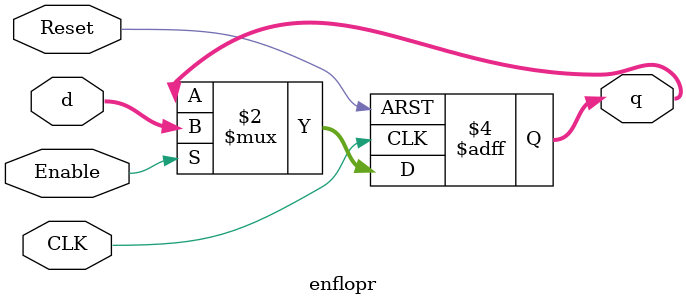
<source format=sv>
module enflopr #(parameter WIDTH = 32)
               (input  logic        CLK, Reset, Enable,
                input  logic [WIDTH-1:0] d,
                output logic [WIDTH-1:0] q
               );
               
always_ff @(posedge CLK, posedge Reset)
    if(Reset)
        q <= 0;
    else if(Enable)
        q <= d;
    

endmodule
</source>
